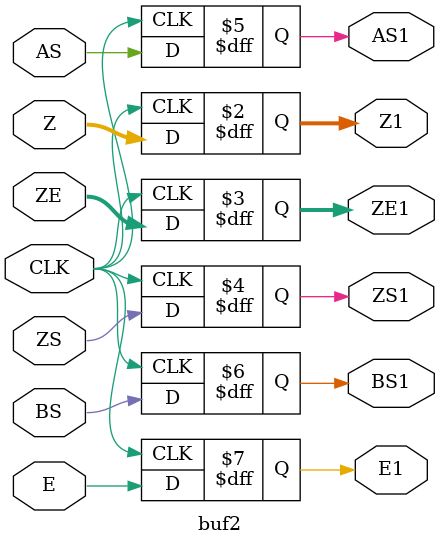
<source format=v>
`timescale 1ns / 1ps
module buf2(
    input [23:0] Z,
    input [7:0] ZE,
    input ZS,AS,BS,
    input E,
	 input CLK,
    output reg [23:0] Z1,
    output reg [7:0] ZE1,
    output reg ZS1,AS1,BS1,
    output reg E1
    );
always @(posedge CLK) begin
Z1<=Z;
ZE1<=ZE;
ZS1<=ZS;
E1<=E;
AS1<=AS;
BS1<=BS;
end
endmodule

</source>
